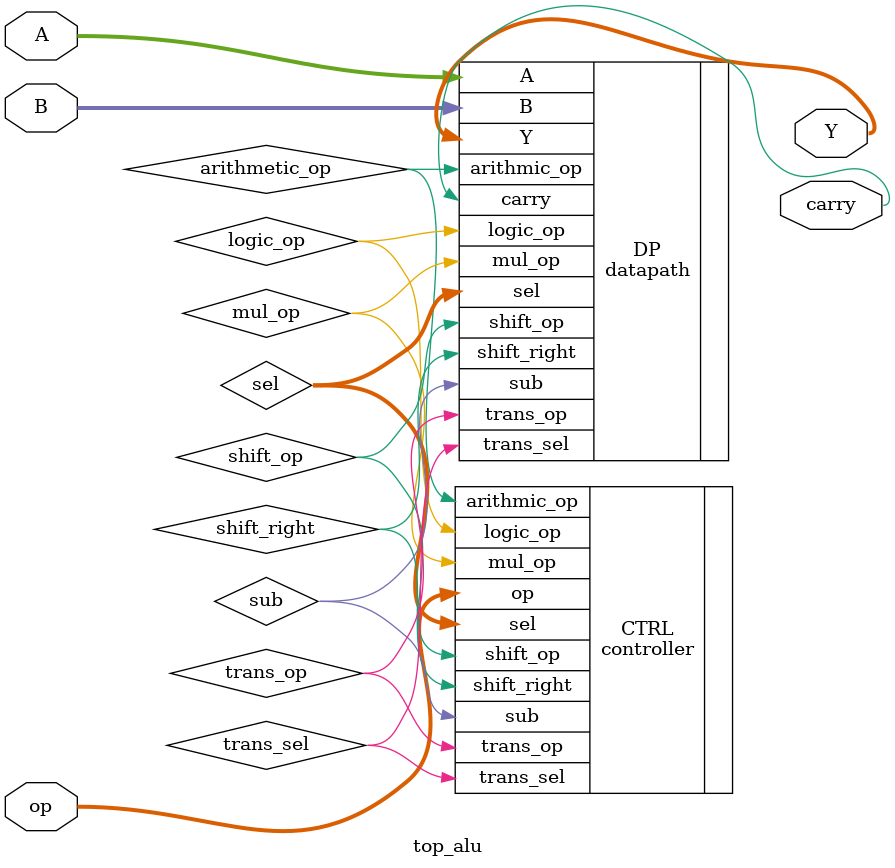
<source format=v>
module top_alu (
    input  wire [31:0] A,
    input  wire [31:0] B,
    input  wire [3:0]  op,
    output wire [31:0] Y,
    output wire        carry
);

    wire arithmetic_op, sub, logic_op, shift_op, shift_right;
    wire mul_op, trans_op, trans_sel;
    wire [1:0] sel;

    controller CTRL (
        .op(op),
        .arithmic_op(arithmetic_op),
        .sub(sub),
        .logic_op(logic_op),
        .sel(sel),
        .shift_op(shift_op),
        .shift_right(shift_right),
        .mul_op(mul_op),
        .trans_op(trans_op),
        .trans_sel(trans_sel)
    );

    datapath DP (
        .A(A), .B(B),
        .arithmic_op(arithmetic_op),
        .sub(sub),
        .logic_op(logic_op),
        .sel(sel),
        .shift_op(shift_op),
        .shift_right(shift_right),
        .mul_op(mul_op),
        .trans_op(trans_op),
        .trans_sel(trans_sel),
        .Y(Y),
        .carry(carry)
    );

endmodule

</source>
